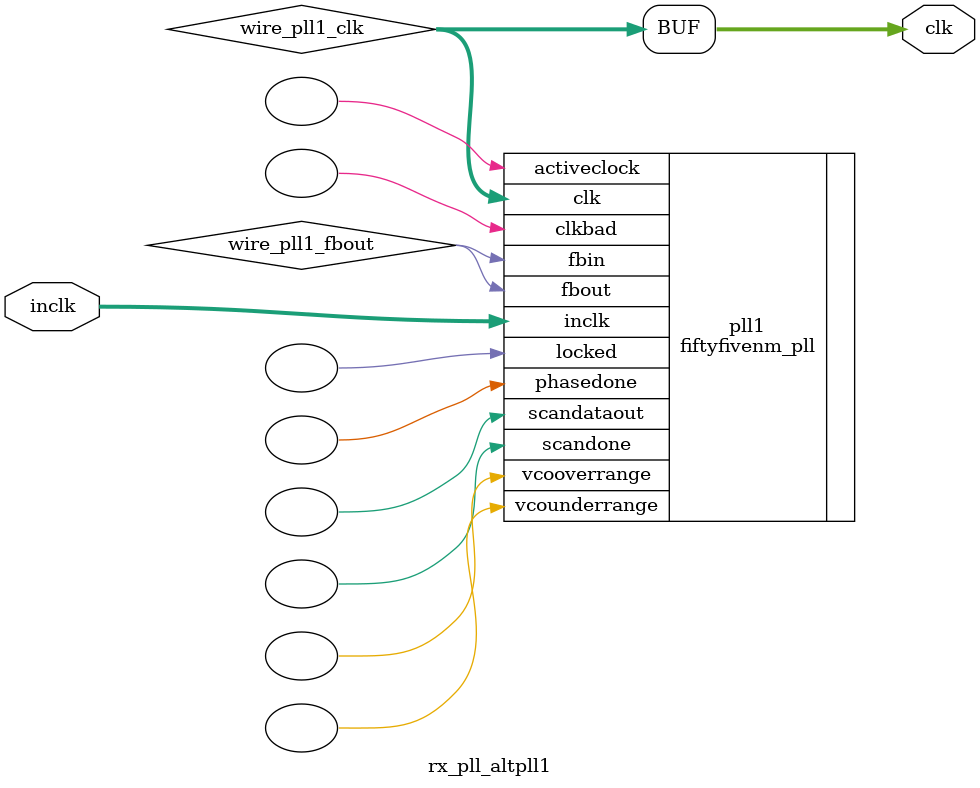
<source format=v>






//synthesis_resources = fiftyfivenm_pll 1 
//synopsys translate_off
`timescale 1 ps / 1 ps
//synopsys translate_on
module  rx_pll_altpll1
	( 
	clk,
	inclk) /* synthesis synthesis_clearbox=1 */;
	output   [4:0]  clk;
	input   [1:0]  inclk;
`ifndef ALTERA_RESERVED_QIS
// synopsys translate_off
`endif
	tri0   [1:0]  inclk;
`ifndef ALTERA_RESERVED_QIS
// synopsys translate_on
`endif

	wire  [4:0]   wire_pll1_clk;
	wire  wire_pll1_fbout;

	fiftyfivenm_pll   pll1
	( 
	.activeclock(),
	.clk(wire_pll1_clk),
	.clkbad(),
	.fbin(wire_pll1_fbout),
	.fbout(wire_pll1_fbout),
	.inclk(inclk),
	.locked(),
	.phasedone(),
	.scandataout(),
	.scandone(),
	.vcooverrange(),
	.vcounderrange()
	`ifndef FORMAL_VERIFICATION
	// synopsys translate_off
	`endif
	,
	.areset(1'b0),
	.clkswitch(1'b0),
	.configupdate(1'b0),
	.pfdena(1'b1),
	.phasecounterselect({3{1'b0}}),
	.phasestep(1'b0),
	.phaseupdown(1'b0),
	.scanclk(1'b0),
	.scanclkena(1'b1),
	.scandata(1'b0)
	`ifndef FORMAL_VERIFICATION
	// synopsys translate_on
	`endif
	);
	defparam
		pll1.bandwidth_type = "auto",
		pll1.clk0_divide_by = 4,
		pll1.clk0_duty_cycle = 50,
		pll1.clk0_multiply_by = 1,
		pll1.clk0_phase_shift = "0",
		pll1.clk1_divide_by = 113,
		pll1.clk1_duty_cycle = 50,
		pll1.clk1_multiply_by = 9,
		pll1.clk1_phase_shift = "0",
		pll1.clk2_divide_by = 10,
		pll1.clk2_duty_cycle = 50,
		pll1.clk2_multiply_by = 9,
		pll1.clk2_phase_shift = "0",
		pll1.compensate_clock = "clk0",
		pll1.inclk0_input_frequency = 10000,
		pll1.operation_mode = "normal",
		pll1.pll_type = "auto",
		pll1.lpm_type = "fiftyfivenm_pll";
	assign
		clk = {wire_pll1_clk[4:0]};
endmodule //rx_pll_altpll1
//VALID FILE

</source>
